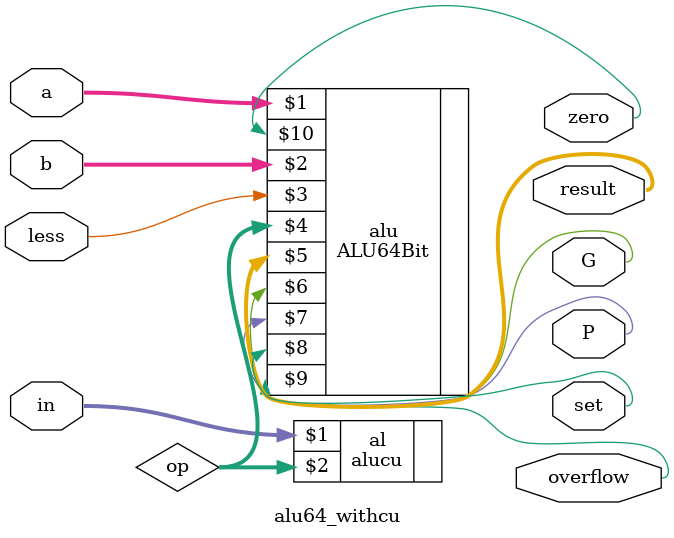
<source format=v>

`include "alu64bit.v"
`include "alucu.v"
module alu64_withcu(a,b,less,in,result,G,P,set,overflow,zero);
    input [5:0]in;
    input [63:0]a,b;
    input less;
    output [63:0]result;
    output G, P, set, overflow, zero;
    wire [3:0]op;
    alucu al(in,op);
    ALU64Bit alu(a, b, less, op, result, G, P, set, overflow, zero);

endmodule

</source>
